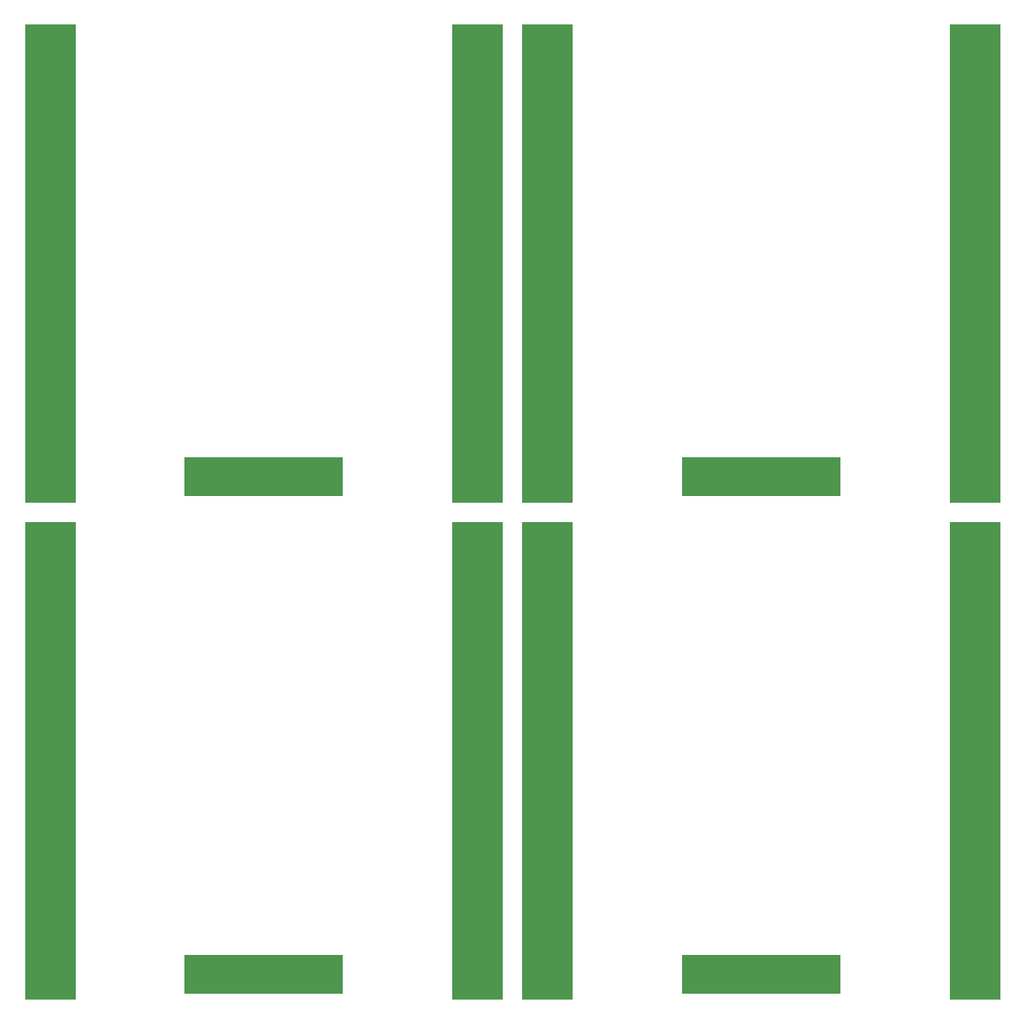
<source format=gbr>
%TF.GenerationSoftware,KiCad,Pcbnew,5.1.8*%
%TF.CreationDate,2020-11-10T00:50:46+08:00*%
%TF.ProjectId,FMESC-1-A-v0.2,464d4553-432d-4312-9d41-2d76302e322e,v0.2*%
%TF.SameCoordinates,Original*%
%TF.FileFunction,Soldermask,Bot*%
%TF.FilePolarity,Negative*%
%FSLAX46Y46*%
G04 Gerber Fmt 4.6, Leading zero omitted, Abs format (unit mm)*
G04 Created by KiCad (PCBNEW 5.1.8) date 2020-11-10 00:50:46*
%MOMM*%
%LPD*%
G01*
G04 APERTURE LIST*
%ADD10C,0.100000*%
%ADD11R,16.000000X4.000000*%
G04 APERTURE END LIST*
D10*
G36*
X96000000Y-139000000D02*
G01*
X91000000Y-139000000D01*
X91000000Y-91000000D01*
X96000000Y-91000000D01*
X96000000Y-139000000D01*
G37*
X96000000Y-139000000D02*
X91000000Y-139000000D01*
X91000000Y-91000000D01*
X96000000Y-91000000D01*
X96000000Y-139000000D01*
G36*
X46000000Y-139000000D02*
G01*
X41000000Y-139000000D01*
X41000000Y-91000000D01*
X46000000Y-91000000D01*
X46000000Y-139000000D01*
G37*
X46000000Y-139000000D02*
X41000000Y-139000000D01*
X41000000Y-91000000D01*
X46000000Y-91000000D01*
X46000000Y-139000000D01*
G36*
X96000000Y-89000000D02*
G01*
X91000000Y-89000000D01*
X91000000Y-41000000D01*
X96000000Y-41000000D01*
X96000000Y-89000000D01*
G37*
X96000000Y-89000000D02*
X91000000Y-89000000D01*
X91000000Y-41000000D01*
X96000000Y-41000000D01*
X96000000Y-89000000D01*
G36*
X139000000Y-139000000D02*
G01*
X134000000Y-139000000D01*
X134000000Y-91000000D01*
X139000000Y-91000000D01*
X139000000Y-139000000D01*
G37*
X139000000Y-139000000D02*
X134000000Y-139000000D01*
X134000000Y-91000000D01*
X139000000Y-91000000D01*
X139000000Y-139000000D01*
G36*
X89000000Y-139000000D02*
G01*
X84000000Y-139000000D01*
X84000000Y-91000000D01*
X89000000Y-91000000D01*
X89000000Y-139000000D01*
G37*
X89000000Y-139000000D02*
X84000000Y-139000000D01*
X84000000Y-91000000D01*
X89000000Y-91000000D01*
X89000000Y-139000000D01*
G36*
X139000000Y-89000000D02*
G01*
X134000000Y-89000000D01*
X134000000Y-41000000D01*
X139000000Y-41000000D01*
X139000000Y-89000000D01*
G37*
X139000000Y-89000000D02*
X134000000Y-89000000D01*
X134000000Y-41000000D01*
X139000000Y-41000000D01*
X139000000Y-89000000D01*
G36*
X89000000Y-89000000D02*
G01*
X84000000Y-89000000D01*
X84000000Y-41000000D01*
X89000000Y-41000000D01*
X89000000Y-89000000D01*
G37*
X89000000Y-89000000D02*
X84000000Y-89000000D01*
X84000000Y-41000000D01*
X89000000Y-41000000D01*
X89000000Y-89000000D01*
G36*
X46000000Y-89000000D02*
G01*
X41000000Y-89000000D01*
X41000000Y-41000000D01*
X46000000Y-41000000D01*
X46000000Y-89000000D01*
G37*
X46000000Y-89000000D02*
X41000000Y-89000000D01*
X41000000Y-41000000D01*
X46000000Y-41000000D01*
X46000000Y-89000000D01*
D11*
%TO.C,JG0*%
X115000000Y-136500000D03*
%TD*%
%TO.C,JG0*%
X65000000Y-136500000D03*
%TD*%
%TO.C,JG0*%
X115000000Y-86500000D03*
%TD*%
%TO.C,JG0*%
X65000000Y-86500000D03*
%TD*%
M02*

</source>
